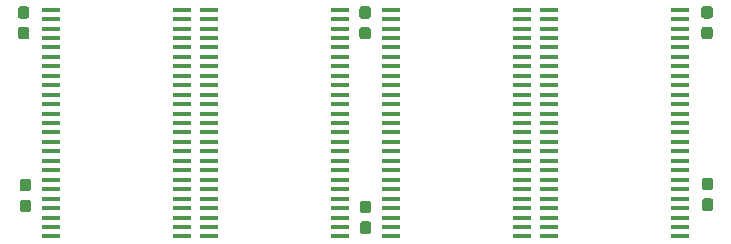
<source format=gbr>
G04 #@! TF.GenerationSoftware,KiCad,Pcbnew,5.1.5*
G04 #@! TF.CreationDate,2020-05-24T12:25:34+08:00*
G04 #@! TF.ProjectId,EDO RAM Stick Recreated,45444f20-5241-44d2-9053-7469636b2052,01*
G04 #@! TF.SameCoordinates,Original*
G04 #@! TF.FileFunction,Paste,Bot*
G04 #@! TF.FilePolarity,Positive*
%FSLAX46Y46*%
G04 Gerber Fmt 4.6, Leading zero omitted, Abs format (unit mm)*
G04 Created by KiCad (PCBNEW 5.1.5) date 2020-05-24 12:25:34*
%MOMM*%
%LPD*%
G04 APERTURE LIST*
%ADD10R,1.500000X0.300000*%
%ADD11C,0.100000*%
G04 APERTURE END LIST*
D10*
X123352000Y-71931600D03*
X112252000Y-71931600D03*
X123352000Y-71131600D03*
X112252000Y-71131600D03*
X123352000Y-70331600D03*
X112252000Y-70331600D03*
X123352000Y-69531600D03*
X112252000Y-69531600D03*
X123352000Y-68731600D03*
X112252000Y-68731600D03*
X123352000Y-67931600D03*
X112252000Y-67931600D03*
X123352000Y-67131600D03*
X112252000Y-67131600D03*
X123352000Y-66331600D03*
X112252000Y-66331600D03*
X123352000Y-65531600D03*
X112252000Y-65531600D03*
X123352000Y-64731600D03*
X112252000Y-64731600D03*
X123352000Y-63931600D03*
X112252000Y-63931600D03*
X123352000Y-63131600D03*
X112252000Y-63131600D03*
X123352000Y-62331600D03*
X112252000Y-62331600D03*
X123352000Y-61531600D03*
X112252000Y-61531600D03*
X123352000Y-60731600D03*
X112252000Y-60731600D03*
X123352000Y-59931600D03*
X112252000Y-59931600D03*
X123352000Y-59131600D03*
X112252000Y-59131600D03*
X123352000Y-58331600D03*
X112252000Y-58331600D03*
X123352000Y-57531600D03*
X112252000Y-57531600D03*
X123352000Y-56731600D03*
X112252000Y-56731600D03*
X123352000Y-55931600D03*
X112252000Y-55931600D03*
X123352000Y-55131600D03*
X112252000Y-55131600D03*
X123352000Y-54331600D03*
X112252000Y-54331600D03*
X123352000Y-53531600D03*
X112252000Y-53531600D03*
X123352000Y-52731600D03*
X112252000Y-52731600D03*
X109991600Y-71931600D03*
X98891600Y-71931600D03*
X109991600Y-71131600D03*
X98891600Y-71131600D03*
X109991600Y-70331600D03*
X98891600Y-70331600D03*
X109991600Y-69531600D03*
X98891600Y-69531600D03*
X109991600Y-68731600D03*
X98891600Y-68731600D03*
X109991600Y-67931600D03*
X98891600Y-67931600D03*
X109991600Y-67131600D03*
X98891600Y-67131600D03*
X109991600Y-66331600D03*
X98891600Y-66331600D03*
X109991600Y-65531600D03*
X98891600Y-65531600D03*
X109991600Y-64731600D03*
X98891600Y-64731600D03*
X109991600Y-63931600D03*
X98891600Y-63931600D03*
X109991600Y-63131600D03*
X98891600Y-63131600D03*
X109991600Y-62331600D03*
X98891600Y-62331600D03*
X109991600Y-61531600D03*
X98891600Y-61531600D03*
X109991600Y-60731600D03*
X98891600Y-60731600D03*
X109991600Y-59931600D03*
X98891600Y-59931600D03*
X109991600Y-59131600D03*
X98891600Y-59131600D03*
X109991600Y-58331600D03*
X98891600Y-58331600D03*
X109991600Y-57531600D03*
X98891600Y-57531600D03*
X109991600Y-56731600D03*
X98891600Y-56731600D03*
X109991600Y-55931600D03*
X98891600Y-55931600D03*
X109991600Y-55131600D03*
X98891600Y-55131600D03*
X109991600Y-54331600D03*
X98891600Y-54331600D03*
X109991600Y-53531600D03*
X98891600Y-53531600D03*
X109991600Y-52731600D03*
X98891600Y-52731600D03*
X94548400Y-71931600D03*
X83448400Y-71931600D03*
X94548400Y-71131600D03*
X83448400Y-71131600D03*
X94548400Y-70331600D03*
X83448400Y-70331600D03*
X94548400Y-69531600D03*
X83448400Y-69531600D03*
X94548400Y-68731600D03*
X83448400Y-68731600D03*
X94548400Y-67931600D03*
X83448400Y-67931600D03*
X94548400Y-67131600D03*
X83448400Y-67131600D03*
X94548400Y-66331600D03*
X83448400Y-66331600D03*
X94548400Y-65531600D03*
X83448400Y-65531600D03*
X94548400Y-64731600D03*
X83448400Y-64731600D03*
X94548400Y-63931600D03*
X83448400Y-63931600D03*
X94548400Y-63131600D03*
X83448400Y-63131600D03*
X94548400Y-62331600D03*
X83448400Y-62331600D03*
X94548400Y-61531600D03*
X83448400Y-61531600D03*
X94548400Y-60731600D03*
X83448400Y-60731600D03*
X94548400Y-59931600D03*
X83448400Y-59931600D03*
X94548400Y-59131600D03*
X83448400Y-59131600D03*
X94548400Y-58331600D03*
X83448400Y-58331600D03*
X94548400Y-57531600D03*
X83448400Y-57531600D03*
X94548400Y-56731600D03*
X83448400Y-56731600D03*
X94548400Y-55931600D03*
X83448400Y-55931600D03*
X94548400Y-55131600D03*
X83448400Y-55131600D03*
X94548400Y-54331600D03*
X83448400Y-54331600D03*
X94548400Y-53531600D03*
X83448400Y-53531600D03*
X94548400Y-52731600D03*
X83448400Y-52731600D03*
X81188000Y-71931600D03*
X70088000Y-71931600D03*
X81188000Y-71131600D03*
X70088000Y-71131600D03*
X81188000Y-70331600D03*
X70088000Y-70331600D03*
X81188000Y-69531600D03*
X70088000Y-69531600D03*
X81188000Y-68731600D03*
X70088000Y-68731600D03*
X81188000Y-67931600D03*
X70088000Y-67931600D03*
X81188000Y-67131600D03*
X70088000Y-67131600D03*
X81188000Y-66331600D03*
X70088000Y-66331600D03*
X81188000Y-65531600D03*
X70088000Y-65531600D03*
X81188000Y-64731600D03*
X70088000Y-64731600D03*
X81188000Y-63931600D03*
X70088000Y-63931600D03*
X81188000Y-63131600D03*
X70088000Y-63131600D03*
X81188000Y-62331600D03*
X70088000Y-62331600D03*
X81188000Y-61531600D03*
X70088000Y-61531600D03*
X81188000Y-60731600D03*
X70088000Y-60731600D03*
X81188000Y-59931600D03*
X70088000Y-59931600D03*
X81188000Y-59131600D03*
X70088000Y-59131600D03*
X81188000Y-58331600D03*
X70088000Y-58331600D03*
X81188000Y-57531600D03*
X70088000Y-57531600D03*
X81188000Y-56731600D03*
X70088000Y-56731600D03*
X81188000Y-55931600D03*
X70088000Y-55931600D03*
X81188000Y-55131600D03*
X70088000Y-55131600D03*
X81188000Y-54331600D03*
X70088000Y-54331600D03*
X81188000Y-53531600D03*
X70088000Y-53531600D03*
X81188000Y-52731600D03*
X70088000Y-52731600D03*
D11*
G36*
X68180379Y-68829544D02*
G01*
X68203434Y-68832963D01*
X68226043Y-68838627D01*
X68247987Y-68846479D01*
X68269057Y-68856444D01*
X68289048Y-68868426D01*
X68307768Y-68882310D01*
X68325038Y-68897962D01*
X68340690Y-68915232D01*
X68354574Y-68933952D01*
X68366556Y-68953943D01*
X68376521Y-68975013D01*
X68384373Y-68996957D01*
X68390037Y-69019566D01*
X68393456Y-69042621D01*
X68394600Y-69065900D01*
X68394600Y-69640900D01*
X68393456Y-69664179D01*
X68390037Y-69687234D01*
X68384373Y-69709843D01*
X68376521Y-69731787D01*
X68366556Y-69752857D01*
X68354574Y-69772848D01*
X68340690Y-69791568D01*
X68325038Y-69808838D01*
X68307768Y-69824490D01*
X68289048Y-69838374D01*
X68269057Y-69850356D01*
X68247987Y-69860321D01*
X68226043Y-69868173D01*
X68203434Y-69873837D01*
X68180379Y-69877256D01*
X68157100Y-69878400D01*
X67682100Y-69878400D01*
X67658821Y-69877256D01*
X67635766Y-69873837D01*
X67613157Y-69868173D01*
X67591213Y-69860321D01*
X67570143Y-69850356D01*
X67550152Y-69838374D01*
X67531432Y-69824490D01*
X67514162Y-69808838D01*
X67498510Y-69791568D01*
X67484626Y-69772848D01*
X67472644Y-69752857D01*
X67462679Y-69731787D01*
X67454827Y-69709843D01*
X67449163Y-69687234D01*
X67445744Y-69664179D01*
X67444600Y-69640900D01*
X67444600Y-69065900D01*
X67445744Y-69042621D01*
X67449163Y-69019566D01*
X67454827Y-68996957D01*
X67462679Y-68975013D01*
X67472644Y-68953943D01*
X67484626Y-68933952D01*
X67498510Y-68915232D01*
X67514162Y-68897962D01*
X67531432Y-68882310D01*
X67550152Y-68868426D01*
X67570143Y-68856444D01*
X67591213Y-68846479D01*
X67613157Y-68838627D01*
X67635766Y-68832963D01*
X67658821Y-68829544D01*
X67682100Y-68828400D01*
X68157100Y-68828400D01*
X68180379Y-68829544D01*
G37*
G36*
X68180379Y-67079544D02*
G01*
X68203434Y-67082963D01*
X68226043Y-67088627D01*
X68247987Y-67096479D01*
X68269057Y-67106444D01*
X68289048Y-67118426D01*
X68307768Y-67132310D01*
X68325038Y-67147962D01*
X68340690Y-67165232D01*
X68354574Y-67183952D01*
X68366556Y-67203943D01*
X68376521Y-67225013D01*
X68384373Y-67246957D01*
X68390037Y-67269566D01*
X68393456Y-67292621D01*
X68394600Y-67315900D01*
X68394600Y-67890900D01*
X68393456Y-67914179D01*
X68390037Y-67937234D01*
X68384373Y-67959843D01*
X68376521Y-67981787D01*
X68366556Y-68002857D01*
X68354574Y-68022848D01*
X68340690Y-68041568D01*
X68325038Y-68058838D01*
X68307768Y-68074490D01*
X68289048Y-68088374D01*
X68269057Y-68100356D01*
X68247987Y-68110321D01*
X68226043Y-68118173D01*
X68203434Y-68123837D01*
X68180379Y-68127256D01*
X68157100Y-68128400D01*
X67682100Y-68128400D01*
X67658821Y-68127256D01*
X67635766Y-68123837D01*
X67613157Y-68118173D01*
X67591213Y-68110321D01*
X67570143Y-68100356D01*
X67550152Y-68088374D01*
X67531432Y-68074490D01*
X67514162Y-68058838D01*
X67498510Y-68041568D01*
X67484626Y-68022848D01*
X67472644Y-68002857D01*
X67462679Y-67981787D01*
X67454827Y-67959843D01*
X67449163Y-67937234D01*
X67445744Y-67914179D01*
X67444600Y-67890900D01*
X67444600Y-67315900D01*
X67445744Y-67292621D01*
X67449163Y-67269566D01*
X67454827Y-67246957D01*
X67462679Y-67225013D01*
X67472644Y-67203943D01*
X67484626Y-67183952D01*
X67498510Y-67165232D01*
X67514162Y-67147962D01*
X67531432Y-67132310D01*
X67550152Y-67118426D01*
X67570143Y-67106444D01*
X67591213Y-67096479D01*
X67613157Y-67088627D01*
X67635766Y-67082963D01*
X67658821Y-67079544D01*
X67682100Y-67078400D01*
X68157100Y-67078400D01*
X68180379Y-67079544D01*
G37*
G36*
X68027979Y-52449144D02*
G01*
X68051034Y-52452563D01*
X68073643Y-52458227D01*
X68095587Y-52466079D01*
X68116657Y-52476044D01*
X68136648Y-52488026D01*
X68155368Y-52501910D01*
X68172638Y-52517562D01*
X68188290Y-52534832D01*
X68202174Y-52553552D01*
X68214156Y-52573543D01*
X68224121Y-52594613D01*
X68231973Y-52616557D01*
X68237637Y-52639166D01*
X68241056Y-52662221D01*
X68242200Y-52685500D01*
X68242200Y-53260500D01*
X68241056Y-53283779D01*
X68237637Y-53306834D01*
X68231973Y-53329443D01*
X68224121Y-53351387D01*
X68214156Y-53372457D01*
X68202174Y-53392448D01*
X68188290Y-53411168D01*
X68172638Y-53428438D01*
X68155368Y-53444090D01*
X68136648Y-53457974D01*
X68116657Y-53469956D01*
X68095587Y-53479921D01*
X68073643Y-53487773D01*
X68051034Y-53493437D01*
X68027979Y-53496856D01*
X68004700Y-53498000D01*
X67529700Y-53498000D01*
X67506421Y-53496856D01*
X67483366Y-53493437D01*
X67460757Y-53487773D01*
X67438813Y-53479921D01*
X67417743Y-53469956D01*
X67397752Y-53457974D01*
X67379032Y-53444090D01*
X67361762Y-53428438D01*
X67346110Y-53411168D01*
X67332226Y-53392448D01*
X67320244Y-53372457D01*
X67310279Y-53351387D01*
X67302427Y-53329443D01*
X67296763Y-53306834D01*
X67293344Y-53283779D01*
X67292200Y-53260500D01*
X67292200Y-52685500D01*
X67293344Y-52662221D01*
X67296763Y-52639166D01*
X67302427Y-52616557D01*
X67310279Y-52594613D01*
X67320244Y-52573543D01*
X67332226Y-52553552D01*
X67346110Y-52534832D01*
X67361762Y-52517562D01*
X67379032Y-52501910D01*
X67397752Y-52488026D01*
X67417743Y-52476044D01*
X67438813Y-52466079D01*
X67460757Y-52458227D01*
X67483366Y-52452563D01*
X67506421Y-52449144D01*
X67529700Y-52448000D01*
X68004700Y-52448000D01*
X68027979Y-52449144D01*
G37*
G36*
X68027979Y-54199144D02*
G01*
X68051034Y-54202563D01*
X68073643Y-54208227D01*
X68095587Y-54216079D01*
X68116657Y-54226044D01*
X68136648Y-54238026D01*
X68155368Y-54251910D01*
X68172638Y-54267562D01*
X68188290Y-54284832D01*
X68202174Y-54303552D01*
X68214156Y-54323543D01*
X68224121Y-54344613D01*
X68231973Y-54366557D01*
X68237637Y-54389166D01*
X68241056Y-54412221D01*
X68242200Y-54435500D01*
X68242200Y-55010500D01*
X68241056Y-55033779D01*
X68237637Y-55056834D01*
X68231973Y-55079443D01*
X68224121Y-55101387D01*
X68214156Y-55122457D01*
X68202174Y-55142448D01*
X68188290Y-55161168D01*
X68172638Y-55178438D01*
X68155368Y-55194090D01*
X68136648Y-55207974D01*
X68116657Y-55219956D01*
X68095587Y-55229921D01*
X68073643Y-55237773D01*
X68051034Y-55243437D01*
X68027979Y-55246856D01*
X68004700Y-55248000D01*
X67529700Y-55248000D01*
X67506421Y-55246856D01*
X67483366Y-55243437D01*
X67460757Y-55237773D01*
X67438813Y-55229921D01*
X67417743Y-55219956D01*
X67397752Y-55207974D01*
X67379032Y-55194090D01*
X67361762Y-55178438D01*
X67346110Y-55161168D01*
X67332226Y-55142448D01*
X67320244Y-55122457D01*
X67310279Y-55101387D01*
X67302427Y-55079443D01*
X67296763Y-55056834D01*
X67293344Y-55033779D01*
X67292200Y-55010500D01*
X67292200Y-54435500D01*
X67293344Y-54412221D01*
X67296763Y-54389166D01*
X67302427Y-54366557D01*
X67310279Y-54344613D01*
X67320244Y-54323543D01*
X67332226Y-54303552D01*
X67346110Y-54284832D01*
X67361762Y-54267562D01*
X67379032Y-54251910D01*
X67397752Y-54238026D01*
X67417743Y-54226044D01*
X67438813Y-54216079D01*
X67460757Y-54208227D01*
X67483366Y-54202563D01*
X67506421Y-54199144D01*
X67529700Y-54198000D01*
X68004700Y-54198000D01*
X68027979Y-54199144D01*
G37*
G36*
X96983979Y-70658344D02*
G01*
X97007034Y-70661763D01*
X97029643Y-70667427D01*
X97051587Y-70675279D01*
X97072657Y-70685244D01*
X97092648Y-70697226D01*
X97111368Y-70711110D01*
X97128638Y-70726762D01*
X97144290Y-70744032D01*
X97158174Y-70762752D01*
X97170156Y-70782743D01*
X97180121Y-70803813D01*
X97187973Y-70825757D01*
X97193637Y-70848366D01*
X97197056Y-70871421D01*
X97198200Y-70894700D01*
X97198200Y-71469700D01*
X97197056Y-71492979D01*
X97193637Y-71516034D01*
X97187973Y-71538643D01*
X97180121Y-71560587D01*
X97170156Y-71581657D01*
X97158174Y-71601648D01*
X97144290Y-71620368D01*
X97128638Y-71637638D01*
X97111368Y-71653290D01*
X97092648Y-71667174D01*
X97072657Y-71679156D01*
X97051587Y-71689121D01*
X97029643Y-71696973D01*
X97007034Y-71702637D01*
X96983979Y-71706056D01*
X96960700Y-71707200D01*
X96485700Y-71707200D01*
X96462421Y-71706056D01*
X96439366Y-71702637D01*
X96416757Y-71696973D01*
X96394813Y-71689121D01*
X96373743Y-71679156D01*
X96353752Y-71667174D01*
X96335032Y-71653290D01*
X96317762Y-71637638D01*
X96302110Y-71620368D01*
X96288226Y-71601648D01*
X96276244Y-71581657D01*
X96266279Y-71560587D01*
X96258427Y-71538643D01*
X96252763Y-71516034D01*
X96249344Y-71492979D01*
X96248200Y-71469700D01*
X96248200Y-70894700D01*
X96249344Y-70871421D01*
X96252763Y-70848366D01*
X96258427Y-70825757D01*
X96266279Y-70803813D01*
X96276244Y-70782743D01*
X96288226Y-70762752D01*
X96302110Y-70744032D01*
X96317762Y-70726762D01*
X96335032Y-70711110D01*
X96353752Y-70697226D01*
X96373743Y-70685244D01*
X96394813Y-70675279D01*
X96416757Y-70667427D01*
X96439366Y-70661763D01*
X96462421Y-70658344D01*
X96485700Y-70657200D01*
X96960700Y-70657200D01*
X96983979Y-70658344D01*
G37*
G36*
X96983979Y-68908344D02*
G01*
X97007034Y-68911763D01*
X97029643Y-68917427D01*
X97051587Y-68925279D01*
X97072657Y-68935244D01*
X97092648Y-68947226D01*
X97111368Y-68961110D01*
X97128638Y-68976762D01*
X97144290Y-68994032D01*
X97158174Y-69012752D01*
X97170156Y-69032743D01*
X97180121Y-69053813D01*
X97187973Y-69075757D01*
X97193637Y-69098366D01*
X97197056Y-69121421D01*
X97198200Y-69144700D01*
X97198200Y-69719700D01*
X97197056Y-69742979D01*
X97193637Y-69766034D01*
X97187973Y-69788643D01*
X97180121Y-69810587D01*
X97170156Y-69831657D01*
X97158174Y-69851648D01*
X97144290Y-69870368D01*
X97128638Y-69887638D01*
X97111368Y-69903290D01*
X97092648Y-69917174D01*
X97072657Y-69929156D01*
X97051587Y-69939121D01*
X97029643Y-69946973D01*
X97007034Y-69952637D01*
X96983979Y-69956056D01*
X96960700Y-69957200D01*
X96485700Y-69957200D01*
X96462421Y-69956056D01*
X96439366Y-69952637D01*
X96416757Y-69946973D01*
X96394813Y-69939121D01*
X96373743Y-69929156D01*
X96353752Y-69917174D01*
X96335032Y-69903290D01*
X96317762Y-69887638D01*
X96302110Y-69870368D01*
X96288226Y-69851648D01*
X96276244Y-69831657D01*
X96266279Y-69810587D01*
X96258427Y-69788643D01*
X96252763Y-69766034D01*
X96249344Y-69742979D01*
X96248200Y-69719700D01*
X96248200Y-69144700D01*
X96249344Y-69121421D01*
X96252763Y-69098366D01*
X96258427Y-69075757D01*
X96266279Y-69053813D01*
X96276244Y-69032743D01*
X96288226Y-69012752D01*
X96302110Y-68994032D01*
X96317762Y-68976762D01*
X96335032Y-68961110D01*
X96353752Y-68947226D01*
X96373743Y-68935244D01*
X96394813Y-68925279D01*
X96416757Y-68917427D01*
X96439366Y-68911763D01*
X96462421Y-68908344D01*
X96485700Y-68907200D01*
X96960700Y-68907200D01*
X96983979Y-68908344D01*
G37*
G36*
X96933179Y-52449144D02*
G01*
X96956234Y-52452563D01*
X96978843Y-52458227D01*
X97000787Y-52466079D01*
X97021857Y-52476044D01*
X97041848Y-52488026D01*
X97060568Y-52501910D01*
X97077838Y-52517562D01*
X97093490Y-52534832D01*
X97107374Y-52553552D01*
X97119356Y-52573543D01*
X97129321Y-52594613D01*
X97137173Y-52616557D01*
X97142837Y-52639166D01*
X97146256Y-52662221D01*
X97147400Y-52685500D01*
X97147400Y-53260500D01*
X97146256Y-53283779D01*
X97142837Y-53306834D01*
X97137173Y-53329443D01*
X97129321Y-53351387D01*
X97119356Y-53372457D01*
X97107374Y-53392448D01*
X97093490Y-53411168D01*
X97077838Y-53428438D01*
X97060568Y-53444090D01*
X97041848Y-53457974D01*
X97021857Y-53469956D01*
X97000787Y-53479921D01*
X96978843Y-53487773D01*
X96956234Y-53493437D01*
X96933179Y-53496856D01*
X96909900Y-53498000D01*
X96434900Y-53498000D01*
X96411621Y-53496856D01*
X96388566Y-53493437D01*
X96365957Y-53487773D01*
X96344013Y-53479921D01*
X96322943Y-53469956D01*
X96302952Y-53457974D01*
X96284232Y-53444090D01*
X96266962Y-53428438D01*
X96251310Y-53411168D01*
X96237426Y-53392448D01*
X96225444Y-53372457D01*
X96215479Y-53351387D01*
X96207627Y-53329443D01*
X96201963Y-53306834D01*
X96198544Y-53283779D01*
X96197400Y-53260500D01*
X96197400Y-52685500D01*
X96198544Y-52662221D01*
X96201963Y-52639166D01*
X96207627Y-52616557D01*
X96215479Y-52594613D01*
X96225444Y-52573543D01*
X96237426Y-52553552D01*
X96251310Y-52534832D01*
X96266962Y-52517562D01*
X96284232Y-52501910D01*
X96302952Y-52488026D01*
X96322943Y-52476044D01*
X96344013Y-52466079D01*
X96365957Y-52458227D01*
X96388566Y-52452563D01*
X96411621Y-52449144D01*
X96434900Y-52448000D01*
X96909900Y-52448000D01*
X96933179Y-52449144D01*
G37*
G36*
X96933179Y-54199144D02*
G01*
X96956234Y-54202563D01*
X96978843Y-54208227D01*
X97000787Y-54216079D01*
X97021857Y-54226044D01*
X97041848Y-54238026D01*
X97060568Y-54251910D01*
X97077838Y-54267562D01*
X97093490Y-54284832D01*
X97107374Y-54303552D01*
X97119356Y-54323543D01*
X97129321Y-54344613D01*
X97137173Y-54366557D01*
X97142837Y-54389166D01*
X97146256Y-54412221D01*
X97147400Y-54435500D01*
X97147400Y-55010500D01*
X97146256Y-55033779D01*
X97142837Y-55056834D01*
X97137173Y-55079443D01*
X97129321Y-55101387D01*
X97119356Y-55122457D01*
X97107374Y-55142448D01*
X97093490Y-55161168D01*
X97077838Y-55178438D01*
X97060568Y-55194090D01*
X97041848Y-55207974D01*
X97021857Y-55219956D01*
X97000787Y-55229921D01*
X96978843Y-55237773D01*
X96956234Y-55243437D01*
X96933179Y-55246856D01*
X96909900Y-55248000D01*
X96434900Y-55248000D01*
X96411621Y-55246856D01*
X96388566Y-55243437D01*
X96365957Y-55237773D01*
X96344013Y-55229921D01*
X96322943Y-55219956D01*
X96302952Y-55207974D01*
X96284232Y-55194090D01*
X96266962Y-55178438D01*
X96251310Y-55161168D01*
X96237426Y-55142448D01*
X96225444Y-55122457D01*
X96215479Y-55101387D01*
X96207627Y-55079443D01*
X96201963Y-55056834D01*
X96198544Y-55033779D01*
X96197400Y-55010500D01*
X96197400Y-54435500D01*
X96198544Y-54412221D01*
X96201963Y-54389166D01*
X96207627Y-54366557D01*
X96215479Y-54344613D01*
X96225444Y-54323543D01*
X96237426Y-54303552D01*
X96251310Y-54284832D01*
X96266962Y-54267562D01*
X96284232Y-54251910D01*
X96302952Y-54238026D01*
X96322943Y-54226044D01*
X96344013Y-54216079D01*
X96365957Y-54208227D01*
X96388566Y-54202563D01*
X96411621Y-54199144D01*
X96434900Y-54198000D01*
X96909900Y-54198000D01*
X96933179Y-54199144D01*
G37*
G36*
X125939979Y-66966544D02*
G01*
X125963034Y-66969963D01*
X125985643Y-66975627D01*
X126007587Y-66983479D01*
X126028657Y-66993444D01*
X126048648Y-67005426D01*
X126067368Y-67019310D01*
X126084638Y-67034962D01*
X126100290Y-67052232D01*
X126114174Y-67070952D01*
X126126156Y-67090943D01*
X126136121Y-67112013D01*
X126143973Y-67133957D01*
X126149637Y-67156566D01*
X126153056Y-67179621D01*
X126154200Y-67202900D01*
X126154200Y-67777900D01*
X126153056Y-67801179D01*
X126149637Y-67824234D01*
X126143973Y-67846843D01*
X126136121Y-67868787D01*
X126126156Y-67889857D01*
X126114174Y-67909848D01*
X126100290Y-67928568D01*
X126084638Y-67945838D01*
X126067368Y-67961490D01*
X126048648Y-67975374D01*
X126028657Y-67987356D01*
X126007587Y-67997321D01*
X125985643Y-68005173D01*
X125963034Y-68010837D01*
X125939979Y-68014256D01*
X125916700Y-68015400D01*
X125441700Y-68015400D01*
X125418421Y-68014256D01*
X125395366Y-68010837D01*
X125372757Y-68005173D01*
X125350813Y-67997321D01*
X125329743Y-67987356D01*
X125309752Y-67975374D01*
X125291032Y-67961490D01*
X125273762Y-67945838D01*
X125258110Y-67928568D01*
X125244226Y-67909848D01*
X125232244Y-67889857D01*
X125222279Y-67868787D01*
X125214427Y-67846843D01*
X125208763Y-67824234D01*
X125205344Y-67801179D01*
X125204200Y-67777900D01*
X125204200Y-67202900D01*
X125205344Y-67179621D01*
X125208763Y-67156566D01*
X125214427Y-67133957D01*
X125222279Y-67112013D01*
X125232244Y-67090943D01*
X125244226Y-67070952D01*
X125258110Y-67052232D01*
X125273762Y-67034962D01*
X125291032Y-67019310D01*
X125309752Y-67005426D01*
X125329743Y-66993444D01*
X125350813Y-66983479D01*
X125372757Y-66975627D01*
X125395366Y-66969963D01*
X125418421Y-66966544D01*
X125441700Y-66965400D01*
X125916700Y-66965400D01*
X125939979Y-66966544D01*
G37*
G36*
X125939979Y-68716544D02*
G01*
X125963034Y-68719963D01*
X125985643Y-68725627D01*
X126007587Y-68733479D01*
X126028657Y-68743444D01*
X126048648Y-68755426D01*
X126067368Y-68769310D01*
X126084638Y-68784962D01*
X126100290Y-68802232D01*
X126114174Y-68820952D01*
X126126156Y-68840943D01*
X126136121Y-68862013D01*
X126143973Y-68883957D01*
X126149637Y-68906566D01*
X126153056Y-68929621D01*
X126154200Y-68952900D01*
X126154200Y-69527900D01*
X126153056Y-69551179D01*
X126149637Y-69574234D01*
X126143973Y-69596843D01*
X126136121Y-69618787D01*
X126126156Y-69639857D01*
X126114174Y-69659848D01*
X126100290Y-69678568D01*
X126084638Y-69695838D01*
X126067368Y-69711490D01*
X126048648Y-69725374D01*
X126028657Y-69737356D01*
X126007587Y-69747321D01*
X125985643Y-69755173D01*
X125963034Y-69760837D01*
X125939979Y-69764256D01*
X125916700Y-69765400D01*
X125441700Y-69765400D01*
X125418421Y-69764256D01*
X125395366Y-69760837D01*
X125372757Y-69755173D01*
X125350813Y-69747321D01*
X125329743Y-69737356D01*
X125309752Y-69725374D01*
X125291032Y-69711490D01*
X125273762Y-69695838D01*
X125258110Y-69678568D01*
X125244226Y-69659848D01*
X125232244Y-69639857D01*
X125222279Y-69618787D01*
X125214427Y-69596843D01*
X125208763Y-69574234D01*
X125205344Y-69551179D01*
X125204200Y-69527900D01*
X125204200Y-68952900D01*
X125205344Y-68929621D01*
X125208763Y-68906566D01*
X125214427Y-68883957D01*
X125222279Y-68862013D01*
X125232244Y-68840943D01*
X125244226Y-68820952D01*
X125258110Y-68802232D01*
X125273762Y-68784962D01*
X125291032Y-68769310D01*
X125309752Y-68755426D01*
X125329743Y-68743444D01*
X125350813Y-68733479D01*
X125372757Y-68725627D01*
X125395366Y-68719963D01*
X125418421Y-68716544D01*
X125441700Y-68715400D01*
X125916700Y-68715400D01*
X125939979Y-68716544D01*
G37*
G36*
X125889179Y-52437744D02*
G01*
X125912234Y-52441163D01*
X125934843Y-52446827D01*
X125956787Y-52454679D01*
X125977857Y-52464644D01*
X125997848Y-52476626D01*
X126016568Y-52490510D01*
X126033838Y-52506162D01*
X126049490Y-52523432D01*
X126063374Y-52542152D01*
X126075356Y-52562143D01*
X126085321Y-52583213D01*
X126093173Y-52605157D01*
X126098837Y-52627766D01*
X126102256Y-52650821D01*
X126103400Y-52674100D01*
X126103400Y-53249100D01*
X126102256Y-53272379D01*
X126098837Y-53295434D01*
X126093173Y-53318043D01*
X126085321Y-53339987D01*
X126075356Y-53361057D01*
X126063374Y-53381048D01*
X126049490Y-53399768D01*
X126033838Y-53417038D01*
X126016568Y-53432690D01*
X125997848Y-53446574D01*
X125977857Y-53458556D01*
X125956787Y-53468521D01*
X125934843Y-53476373D01*
X125912234Y-53482037D01*
X125889179Y-53485456D01*
X125865900Y-53486600D01*
X125390900Y-53486600D01*
X125367621Y-53485456D01*
X125344566Y-53482037D01*
X125321957Y-53476373D01*
X125300013Y-53468521D01*
X125278943Y-53458556D01*
X125258952Y-53446574D01*
X125240232Y-53432690D01*
X125222962Y-53417038D01*
X125207310Y-53399768D01*
X125193426Y-53381048D01*
X125181444Y-53361057D01*
X125171479Y-53339987D01*
X125163627Y-53318043D01*
X125157963Y-53295434D01*
X125154544Y-53272379D01*
X125153400Y-53249100D01*
X125153400Y-52674100D01*
X125154544Y-52650821D01*
X125157963Y-52627766D01*
X125163627Y-52605157D01*
X125171479Y-52583213D01*
X125181444Y-52562143D01*
X125193426Y-52542152D01*
X125207310Y-52523432D01*
X125222962Y-52506162D01*
X125240232Y-52490510D01*
X125258952Y-52476626D01*
X125278943Y-52464644D01*
X125300013Y-52454679D01*
X125321957Y-52446827D01*
X125344566Y-52441163D01*
X125367621Y-52437744D01*
X125390900Y-52436600D01*
X125865900Y-52436600D01*
X125889179Y-52437744D01*
G37*
G36*
X125889179Y-54187744D02*
G01*
X125912234Y-54191163D01*
X125934843Y-54196827D01*
X125956787Y-54204679D01*
X125977857Y-54214644D01*
X125997848Y-54226626D01*
X126016568Y-54240510D01*
X126033838Y-54256162D01*
X126049490Y-54273432D01*
X126063374Y-54292152D01*
X126075356Y-54312143D01*
X126085321Y-54333213D01*
X126093173Y-54355157D01*
X126098837Y-54377766D01*
X126102256Y-54400821D01*
X126103400Y-54424100D01*
X126103400Y-54999100D01*
X126102256Y-55022379D01*
X126098837Y-55045434D01*
X126093173Y-55068043D01*
X126085321Y-55089987D01*
X126075356Y-55111057D01*
X126063374Y-55131048D01*
X126049490Y-55149768D01*
X126033838Y-55167038D01*
X126016568Y-55182690D01*
X125997848Y-55196574D01*
X125977857Y-55208556D01*
X125956787Y-55218521D01*
X125934843Y-55226373D01*
X125912234Y-55232037D01*
X125889179Y-55235456D01*
X125865900Y-55236600D01*
X125390900Y-55236600D01*
X125367621Y-55235456D01*
X125344566Y-55232037D01*
X125321957Y-55226373D01*
X125300013Y-55218521D01*
X125278943Y-55208556D01*
X125258952Y-55196574D01*
X125240232Y-55182690D01*
X125222962Y-55167038D01*
X125207310Y-55149768D01*
X125193426Y-55131048D01*
X125181444Y-55111057D01*
X125171479Y-55089987D01*
X125163627Y-55068043D01*
X125157963Y-55045434D01*
X125154544Y-55022379D01*
X125153400Y-54999100D01*
X125153400Y-54424100D01*
X125154544Y-54400821D01*
X125157963Y-54377766D01*
X125163627Y-54355157D01*
X125171479Y-54333213D01*
X125181444Y-54312143D01*
X125193426Y-54292152D01*
X125207310Y-54273432D01*
X125222962Y-54256162D01*
X125240232Y-54240510D01*
X125258952Y-54226626D01*
X125278943Y-54214644D01*
X125300013Y-54204679D01*
X125321957Y-54196827D01*
X125344566Y-54191163D01*
X125367621Y-54187744D01*
X125390900Y-54186600D01*
X125865900Y-54186600D01*
X125889179Y-54187744D01*
G37*
M02*

</source>
